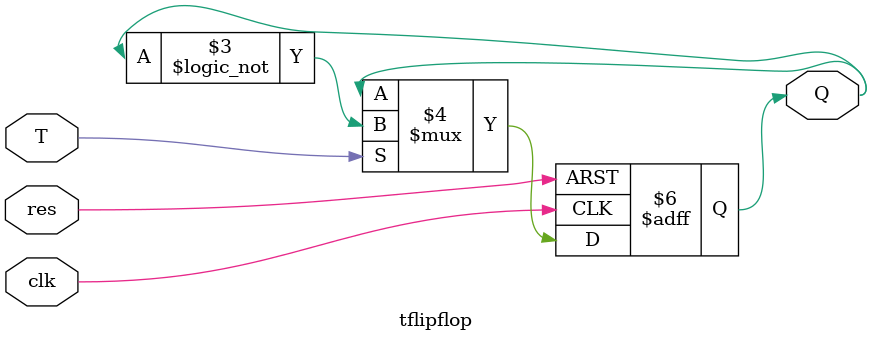
<source format=v>
module part3(enable,clk,clear,count);
	input enable,clk,clear;
	output [7:0]count;
	
	tflipflop U0 (enable,clk,clear,count[0]);
	tflipflop U1 (count[0]&&enable,clk,clear,count[1]);
	tflipflop U2 (count[1]&&count[0],clk,clear,count[2]);
	tflipflop U3 (count[2]&&count[1]&&count[0],clk,clear,count[3]);
	tflipflop U4 (count[3]&&count[2]&&count[1]&&count[0],clk,clear,count[4]);
	tflipflop U5 (count[4]&&count[3]&&count[2]&&count[1]&&count[0],clk,clear,count[5]);
	tflipflop U6 (count[5]&&count[4]&&count[3]&&count[2]&&count[1]&&count[0],clk,clear,count[6]);
	tflipflop U7 (count[6]&&count[5]&&count[4]&&count[3]&&count[2]&&count[1]&&count[0],clk,clear,count[7]);
	
endmodule


module tflipflop(T,clk,res,Q);
	input T,clk,res;
	output reg Q;
	
	always @ (posedge clk or negedge res)
		if (~res)
			Q <= 1'b0;
		else if (T)
			Q <= !Q;
endmodule

</source>
